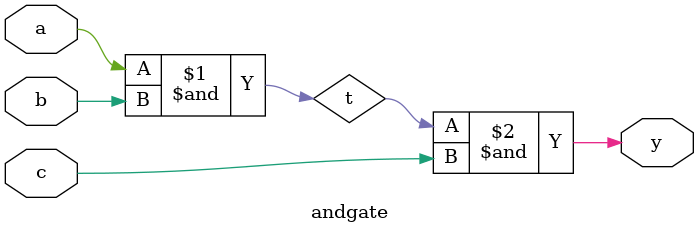
<source format=v>

module andgate (a, b,c , y);
input a, b ,c;
output y;
wire t;
assign t = a&b;
assign y = t&c;
endmodule
</source>
